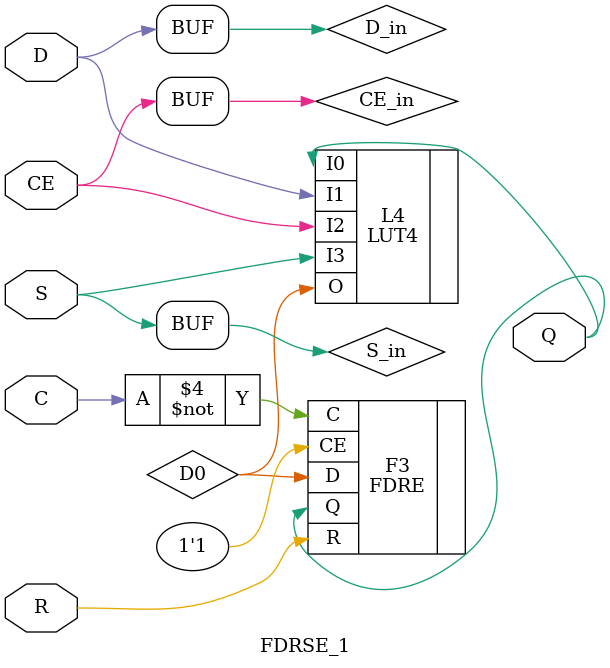
<source format=v>


`timescale  1 ps / 1 ps

module FDRSE_1 (Q, C, CE, D, R, S);

    parameter [0:0] INIT = 1'b0;
    parameter [0:0] IS_C_INVERTED = 1'b0;
    parameter [0:0] IS_CE_INVERTED = 1'b0;
    parameter [0:0] IS_D_INVERTED = 1'b0;
    parameter [0:0] IS_R_INVERTED = 1'b0;
    parameter [0:0] IS_S_INVERTED = 1'b0;

    output Q;

    input  C, CE, D, R, S;

    wire Q;
    wire D0;
    wire CE_in;
    wire D_in;
    wire S_in;

    assign CE_in = IS_CE_INVERTED ^ CE;
    assign D_in = IS_D_INVERTED ^ D;
    assign S_in = IS_S_INVERTED ^ S;

    LUT4 #(.INIT(16'hFFCA)) L4 (.O(D0), .I0(Q), .I1(D_in), .I2(CE_in), .I3(S_in)); 
    FDRE #(.INIT(INIT), .IS_C_INVERTED(IS_C_INVERTED), .IS_R_INVERTED(IS_R_INVERTED)) F3 (.Q(Q), .C(~C), .CE(1'b1), .D(D0), .R(R));
endmodule


</source>
